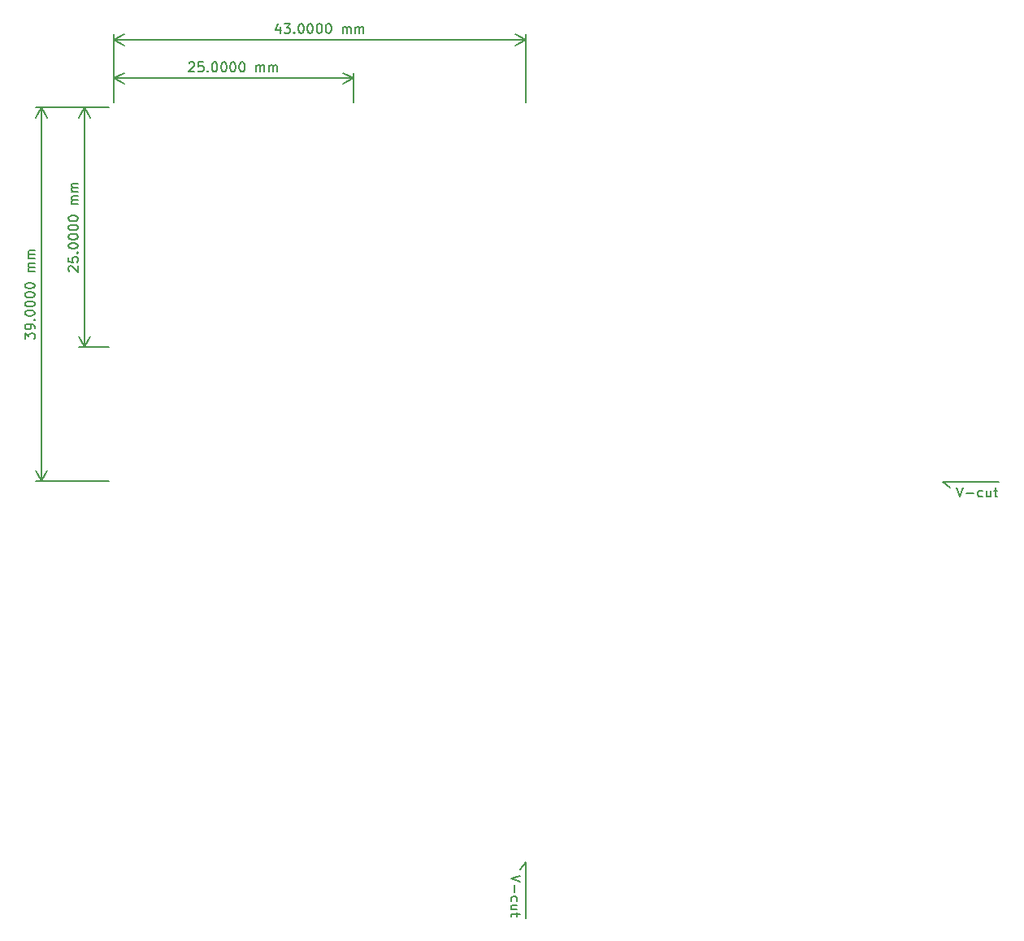
<source format=gbr>
%TF.GenerationSoftware,KiCad,Pcbnew,(6.0.7)*%
%TF.CreationDate,2023-02-26T08:18:57+08:00*%
%TF.ProjectId,Led_Control_Circuit_Panelization,4c65645f-436f-46e7-9472-6f6c5f436972,rev?*%
%TF.SameCoordinates,Original*%
%TF.FileFunction,Other,ECO1*%
%FSLAX46Y46*%
G04 Gerber Fmt 4.6, Leading zero omitted, Abs format (unit mm)*
G04 Created by KiCad (PCBNEW (6.0.7)) date 2023-02-26 08:18:57*
%MOMM*%
%LPD*%
G01*
G04 APERTURE LIST*
%ADD10C,0.150000*%
G04 APERTURE END LIST*
D10*
X157900619Y-136564952D02*
X156900619Y-136898285D01*
X157900619Y-137231619D01*
X157281571Y-137564952D02*
X157281571Y-138326857D01*
X156948238Y-139231619D02*
X156900619Y-139136380D01*
X156900619Y-138945904D01*
X156948238Y-138850666D01*
X156995857Y-138803047D01*
X157091095Y-138755428D01*
X157376809Y-138755428D01*
X157472047Y-138803047D01*
X157519666Y-138850666D01*
X157567285Y-138945904D01*
X157567285Y-139136380D01*
X157519666Y-139231619D01*
X157567285Y-140088761D02*
X156900619Y-140088761D01*
X157567285Y-139660190D02*
X157043476Y-139660190D01*
X156948238Y-139707809D01*
X156900619Y-139803047D01*
X156900619Y-139945904D01*
X156948238Y-140041142D01*
X156995857Y-140088761D01*
X157567285Y-140422095D02*
X157567285Y-140803047D01*
X157900619Y-140564952D02*
X157043476Y-140564952D01*
X156948238Y-140612571D01*
X156900619Y-140707809D01*
X156900619Y-140803047D01*
X158496000Y-135128000D02*
X157861000Y-135890000D01*
X158496000Y-135128000D02*
X158496000Y-140970000D01*
X203366952Y-96099380D02*
X203700285Y-97099380D01*
X204033619Y-96099380D01*
X204366952Y-96718428D02*
X205128857Y-96718428D01*
X206033619Y-97051761D02*
X205938380Y-97099380D01*
X205747904Y-97099380D01*
X205652666Y-97051761D01*
X205605047Y-97004142D01*
X205557428Y-96908904D01*
X205557428Y-96623190D01*
X205605047Y-96527952D01*
X205652666Y-96480333D01*
X205747904Y-96432714D01*
X205938380Y-96432714D01*
X206033619Y-96480333D01*
X206890761Y-96432714D02*
X206890761Y-97099380D01*
X206462190Y-96432714D02*
X206462190Y-96956523D01*
X206509809Y-97051761D01*
X206605047Y-97099380D01*
X206747904Y-97099380D01*
X206843142Y-97051761D01*
X206890761Y-97004142D01*
X207224095Y-96432714D02*
X207605047Y-96432714D01*
X207366952Y-96099380D02*
X207366952Y-96956523D01*
X207414571Y-97051761D01*
X207509809Y-97099380D01*
X207605047Y-97099380D01*
X201930000Y-95504000D02*
X202692000Y-96139000D01*
X201930000Y-95504000D02*
X207772000Y-95504000D01*
X132857142Y-48135714D02*
X132857142Y-48802380D01*
X132619047Y-47754761D02*
X132380952Y-48469047D01*
X133000000Y-48469047D01*
X133285714Y-47802380D02*
X133904761Y-47802380D01*
X133571428Y-48183333D01*
X133714285Y-48183333D01*
X133809523Y-48230952D01*
X133857142Y-48278571D01*
X133904761Y-48373809D01*
X133904761Y-48611904D01*
X133857142Y-48707142D01*
X133809523Y-48754761D01*
X133714285Y-48802380D01*
X133428571Y-48802380D01*
X133333333Y-48754761D01*
X133285714Y-48707142D01*
X134333333Y-48707142D02*
X134380952Y-48754761D01*
X134333333Y-48802380D01*
X134285714Y-48754761D01*
X134333333Y-48707142D01*
X134333333Y-48802380D01*
X135000000Y-47802380D02*
X135095238Y-47802380D01*
X135190476Y-47850000D01*
X135238095Y-47897619D01*
X135285714Y-47992857D01*
X135333333Y-48183333D01*
X135333333Y-48421428D01*
X135285714Y-48611904D01*
X135238095Y-48707142D01*
X135190476Y-48754761D01*
X135095238Y-48802380D01*
X135000000Y-48802380D01*
X134904761Y-48754761D01*
X134857142Y-48707142D01*
X134809523Y-48611904D01*
X134761904Y-48421428D01*
X134761904Y-48183333D01*
X134809523Y-47992857D01*
X134857142Y-47897619D01*
X134904761Y-47850000D01*
X135000000Y-47802380D01*
X135952380Y-47802380D02*
X136047619Y-47802380D01*
X136142857Y-47850000D01*
X136190476Y-47897619D01*
X136238095Y-47992857D01*
X136285714Y-48183333D01*
X136285714Y-48421428D01*
X136238095Y-48611904D01*
X136190476Y-48707142D01*
X136142857Y-48754761D01*
X136047619Y-48802380D01*
X135952380Y-48802380D01*
X135857142Y-48754761D01*
X135809523Y-48707142D01*
X135761904Y-48611904D01*
X135714285Y-48421428D01*
X135714285Y-48183333D01*
X135761904Y-47992857D01*
X135809523Y-47897619D01*
X135857142Y-47850000D01*
X135952380Y-47802380D01*
X136904761Y-47802380D02*
X137000000Y-47802380D01*
X137095238Y-47850000D01*
X137142857Y-47897619D01*
X137190476Y-47992857D01*
X137238095Y-48183333D01*
X137238095Y-48421428D01*
X137190476Y-48611904D01*
X137142857Y-48707142D01*
X137095238Y-48754761D01*
X137000000Y-48802380D01*
X136904761Y-48802380D01*
X136809523Y-48754761D01*
X136761904Y-48707142D01*
X136714285Y-48611904D01*
X136666666Y-48421428D01*
X136666666Y-48183333D01*
X136714285Y-47992857D01*
X136761904Y-47897619D01*
X136809523Y-47850000D01*
X136904761Y-47802380D01*
X137857142Y-47802380D02*
X137952380Y-47802380D01*
X138047619Y-47850000D01*
X138095238Y-47897619D01*
X138142857Y-47992857D01*
X138190476Y-48183333D01*
X138190476Y-48421428D01*
X138142857Y-48611904D01*
X138095238Y-48707142D01*
X138047619Y-48754761D01*
X137952380Y-48802380D01*
X137857142Y-48802380D01*
X137761904Y-48754761D01*
X137714285Y-48707142D01*
X137666666Y-48611904D01*
X137619047Y-48421428D01*
X137619047Y-48183333D01*
X137666666Y-47992857D01*
X137714285Y-47897619D01*
X137761904Y-47850000D01*
X137857142Y-47802380D01*
X139380952Y-48802380D02*
X139380952Y-48135714D01*
X139380952Y-48230952D02*
X139428571Y-48183333D01*
X139523809Y-48135714D01*
X139666666Y-48135714D01*
X139761904Y-48183333D01*
X139809523Y-48278571D01*
X139809523Y-48802380D01*
X139809523Y-48278571D02*
X139857142Y-48183333D01*
X139952380Y-48135714D01*
X140095238Y-48135714D01*
X140190476Y-48183333D01*
X140238095Y-48278571D01*
X140238095Y-48802380D01*
X140714285Y-48802380D02*
X140714285Y-48135714D01*
X140714285Y-48230952D02*
X140761904Y-48183333D01*
X140857142Y-48135714D01*
X141000000Y-48135714D01*
X141095238Y-48183333D01*
X141142857Y-48278571D01*
X141142857Y-48802380D01*
X141142857Y-48278571D02*
X141190476Y-48183333D01*
X141285714Y-48135714D01*
X141428571Y-48135714D01*
X141523809Y-48183333D01*
X141571428Y-48278571D01*
X141571428Y-48802380D01*
X158500000Y-56000000D02*
X158500000Y-48913580D01*
X115500000Y-56000000D02*
X115500000Y-48913580D01*
X158500000Y-49500000D02*
X115500000Y-49500000D01*
X158500000Y-49500000D02*
X115500000Y-49500000D01*
X158500000Y-49500000D02*
X157373496Y-48913579D01*
X158500000Y-49500000D02*
X157373496Y-50086421D01*
X115500000Y-49500000D02*
X116626504Y-50086421D01*
X115500000Y-49500000D02*
X116626504Y-48913579D01*
X110897619Y-73619047D02*
X110850000Y-73571428D01*
X110802380Y-73476190D01*
X110802380Y-73238095D01*
X110850000Y-73142857D01*
X110897619Y-73095238D01*
X110992857Y-73047619D01*
X111088095Y-73047619D01*
X111230952Y-73095238D01*
X111802380Y-73666666D01*
X111802380Y-73047619D01*
X110802380Y-72142857D02*
X110802380Y-72619047D01*
X111278571Y-72666666D01*
X111230952Y-72619047D01*
X111183333Y-72523809D01*
X111183333Y-72285714D01*
X111230952Y-72190476D01*
X111278571Y-72142857D01*
X111373809Y-72095238D01*
X111611904Y-72095238D01*
X111707142Y-72142857D01*
X111754761Y-72190476D01*
X111802380Y-72285714D01*
X111802380Y-72523809D01*
X111754761Y-72619047D01*
X111707142Y-72666666D01*
X111707142Y-71666666D02*
X111754761Y-71619047D01*
X111802380Y-71666666D01*
X111754761Y-71714285D01*
X111707142Y-71666666D01*
X111802380Y-71666666D01*
X110802380Y-71000000D02*
X110802380Y-70904761D01*
X110850000Y-70809523D01*
X110897619Y-70761904D01*
X110992857Y-70714285D01*
X111183333Y-70666666D01*
X111421428Y-70666666D01*
X111611904Y-70714285D01*
X111707142Y-70761904D01*
X111754761Y-70809523D01*
X111802380Y-70904761D01*
X111802380Y-71000000D01*
X111754761Y-71095238D01*
X111707142Y-71142857D01*
X111611904Y-71190476D01*
X111421428Y-71238095D01*
X111183333Y-71238095D01*
X110992857Y-71190476D01*
X110897619Y-71142857D01*
X110850000Y-71095238D01*
X110802380Y-71000000D01*
X110802380Y-70047619D02*
X110802380Y-69952380D01*
X110850000Y-69857142D01*
X110897619Y-69809523D01*
X110992857Y-69761904D01*
X111183333Y-69714285D01*
X111421428Y-69714285D01*
X111611904Y-69761904D01*
X111707142Y-69809523D01*
X111754761Y-69857142D01*
X111802380Y-69952380D01*
X111802380Y-70047619D01*
X111754761Y-70142857D01*
X111707142Y-70190476D01*
X111611904Y-70238095D01*
X111421428Y-70285714D01*
X111183333Y-70285714D01*
X110992857Y-70238095D01*
X110897619Y-70190476D01*
X110850000Y-70142857D01*
X110802380Y-70047619D01*
X110802380Y-69095238D02*
X110802380Y-69000000D01*
X110850000Y-68904761D01*
X110897619Y-68857142D01*
X110992857Y-68809523D01*
X111183333Y-68761904D01*
X111421428Y-68761904D01*
X111611904Y-68809523D01*
X111707142Y-68857142D01*
X111754761Y-68904761D01*
X111802380Y-69000000D01*
X111802380Y-69095238D01*
X111754761Y-69190476D01*
X111707142Y-69238095D01*
X111611904Y-69285714D01*
X111421428Y-69333333D01*
X111183333Y-69333333D01*
X110992857Y-69285714D01*
X110897619Y-69238095D01*
X110850000Y-69190476D01*
X110802380Y-69095238D01*
X110802380Y-68142857D02*
X110802380Y-68047619D01*
X110850000Y-67952380D01*
X110897619Y-67904761D01*
X110992857Y-67857142D01*
X111183333Y-67809523D01*
X111421428Y-67809523D01*
X111611904Y-67857142D01*
X111707142Y-67904761D01*
X111754761Y-67952380D01*
X111802380Y-68047619D01*
X111802380Y-68142857D01*
X111754761Y-68238095D01*
X111707142Y-68285714D01*
X111611904Y-68333333D01*
X111421428Y-68380952D01*
X111183333Y-68380952D01*
X110992857Y-68333333D01*
X110897619Y-68285714D01*
X110850000Y-68238095D01*
X110802380Y-68142857D01*
X111802380Y-66619047D02*
X111135714Y-66619047D01*
X111230952Y-66619047D02*
X111183333Y-66571428D01*
X111135714Y-66476190D01*
X111135714Y-66333333D01*
X111183333Y-66238095D01*
X111278571Y-66190476D01*
X111802380Y-66190476D01*
X111278571Y-66190476D02*
X111183333Y-66142857D01*
X111135714Y-66047619D01*
X111135714Y-65904761D01*
X111183333Y-65809523D01*
X111278571Y-65761904D01*
X111802380Y-65761904D01*
X111802380Y-65285714D02*
X111135714Y-65285714D01*
X111230952Y-65285714D02*
X111183333Y-65238095D01*
X111135714Y-65142857D01*
X111135714Y-65000000D01*
X111183333Y-64904761D01*
X111278571Y-64857142D01*
X111802380Y-64857142D01*
X111278571Y-64857142D02*
X111183333Y-64809523D01*
X111135714Y-64714285D01*
X111135714Y-64571428D01*
X111183333Y-64476190D01*
X111278571Y-64428571D01*
X111802380Y-64428571D01*
X115000000Y-56500000D02*
X111913580Y-56500000D01*
X115000000Y-81500000D02*
X111913580Y-81500000D01*
X112500000Y-56500000D02*
X112500000Y-81500000D01*
X112500000Y-56500000D02*
X112500000Y-81500000D01*
X112500000Y-56500000D02*
X111913579Y-57626504D01*
X112500000Y-56500000D02*
X113086421Y-57626504D01*
X112500000Y-81500000D02*
X113086421Y-80373496D01*
X112500000Y-81500000D02*
X111913579Y-80373496D01*
X106302380Y-80666666D02*
X106302380Y-80047619D01*
X106683333Y-80380952D01*
X106683333Y-80238095D01*
X106730952Y-80142857D01*
X106778571Y-80095238D01*
X106873809Y-80047619D01*
X107111904Y-80047619D01*
X107207142Y-80095238D01*
X107254761Y-80142857D01*
X107302380Y-80238095D01*
X107302380Y-80523809D01*
X107254761Y-80619047D01*
X107207142Y-80666666D01*
X107302380Y-79571428D02*
X107302380Y-79380952D01*
X107254761Y-79285714D01*
X107207142Y-79238095D01*
X107064285Y-79142857D01*
X106873809Y-79095238D01*
X106492857Y-79095238D01*
X106397619Y-79142857D01*
X106350000Y-79190476D01*
X106302380Y-79285714D01*
X106302380Y-79476190D01*
X106350000Y-79571428D01*
X106397619Y-79619047D01*
X106492857Y-79666666D01*
X106730952Y-79666666D01*
X106826190Y-79619047D01*
X106873809Y-79571428D01*
X106921428Y-79476190D01*
X106921428Y-79285714D01*
X106873809Y-79190476D01*
X106826190Y-79142857D01*
X106730952Y-79095238D01*
X107207142Y-78666666D02*
X107254761Y-78619047D01*
X107302380Y-78666666D01*
X107254761Y-78714285D01*
X107207142Y-78666666D01*
X107302380Y-78666666D01*
X106302380Y-78000000D02*
X106302380Y-77904761D01*
X106350000Y-77809523D01*
X106397619Y-77761904D01*
X106492857Y-77714285D01*
X106683333Y-77666666D01*
X106921428Y-77666666D01*
X107111904Y-77714285D01*
X107207142Y-77761904D01*
X107254761Y-77809523D01*
X107302380Y-77904761D01*
X107302380Y-78000000D01*
X107254761Y-78095238D01*
X107207142Y-78142857D01*
X107111904Y-78190476D01*
X106921428Y-78238095D01*
X106683333Y-78238095D01*
X106492857Y-78190476D01*
X106397619Y-78142857D01*
X106350000Y-78095238D01*
X106302380Y-78000000D01*
X106302380Y-77047619D02*
X106302380Y-76952380D01*
X106350000Y-76857142D01*
X106397619Y-76809523D01*
X106492857Y-76761904D01*
X106683333Y-76714285D01*
X106921428Y-76714285D01*
X107111904Y-76761904D01*
X107207142Y-76809523D01*
X107254761Y-76857142D01*
X107302380Y-76952380D01*
X107302380Y-77047619D01*
X107254761Y-77142857D01*
X107207142Y-77190476D01*
X107111904Y-77238095D01*
X106921428Y-77285714D01*
X106683333Y-77285714D01*
X106492857Y-77238095D01*
X106397619Y-77190476D01*
X106350000Y-77142857D01*
X106302380Y-77047619D01*
X106302380Y-76095238D02*
X106302380Y-76000000D01*
X106350000Y-75904761D01*
X106397619Y-75857142D01*
X106492857Y-75809523D01*
X106683333Y-75761904D01*
X106921428Y-75761904D01*
X107111904Y-75809523D01*
X107207142Y-75857142D01*
X107254761Y-75904761D01*
X107302380Y-76000000D01*
X107302380Y-76095238D01*
X107254761Y-76190476D01*
X107207142Y-76238095D01*
X107111904Y-76285714D01*
X106921428Y-76333333D01*
X106683333Y-76333333D01*
X106492857Y-76285714D01*
X106397619Y-76238095D01*
X106350000Y-76190476D01*
X106302380Y-76095238D01*
X106302380Y-75142857D02*
X106302380Y-75047619D01*
X106350000Y-74952380D01*
X106397619Y-74904761D01*
X106492857Y-74857142D01*
X106683333Y-74809523D01*
X106921428Y-74809523D01*
X107111904Y-74857142D01*
X107207142Y-74904761D01*
X107254761Y-74952380D01*
X107302380Y-75047619D01*
X107302380Y-75142857D01*
X107254761Y-75238095D01*
X107207142Y-75285714D01*
X107111904Y-75333333D01*
X106921428Y-75380952D01*
X106683333Y-75380952D01*
X106492857Y-75333333D01*
X106397619Y-75285714D01*
X106350000Y-75238095D01*
X106302380Y-75142857D01*
X107302380Y-73619047D02*
X106635714Y-73619047D01*
X106730952Y-73619047D02*
X106683333Y-73571428D01*
X106635714Y-73476190D01*
X106635714Y-73333333D01*
X106683333Y-73238095D01*
X106778571Y-73190476D01*
X107302380Y-73190476D01*
X106778571Y-73190476D02*
X106683333Y-73142857D01*
X106635714Y-73047619D01*
X106635714Y-72904761D01*
X106683333Y-72809523D01*
X106778571Y-72761904D01*
X107302380Y-72761904D01*
X107302380Y-72285714D02*
X106635714Y-72285714D01*
X106730952Y-72285714D02*
X106683333Y-72238095D01*
X106635714Y-72142857D01*
X106635714Y-72000000D01*
X106683333Y-71904761D01*
X106778571Y-71857142D01*
X107302380Y-71857142D01*
X106778571Y-71857142D02*
X106683333Y-71809523D01*
X106635714Y-71714285D01*
X106635714Y-71571428D01*
X106683333Y-71476190D01*
X106778571Y-71428571D01*
X107302380Y-71428571D01*
X115000000Y-56500000D02*
X107413580Y-56500000D01*
X115000000Y-95500000D02*
X107413580Y-95500000D01*
X108000000Y-56500000D02*
X108000000Y-95500000D01*
X108000000Y-56500000D02*
X108000000Y-95500000D01*
X108000000Y-56500000D02*
X107413579Y-57626504D01*
X108000000Y-56500000D02*
X108586421Y-57626504D01*
X108000000Y-95500000D02*
X108586421Y-94373496D01*
X108000000Y-95500000D02*
X107413579Y-94373496D01*
X123380952Y-51897619D02*
X123428571Y-51850000D01*
X123523809Y-51802380D01*
X123761904Y-51802380D01*
X123857142Y-51850000D01*
X123904761Y-51897619D01*
X123952380Y-51992857D01*
X123952380Y-52088095D01*
X123904761Y-52230952D01*
X123333333Y-52802380D01*
X123952380Y-52802380D01*
X124857142Y-51802380D02*
X124380952Y-51802380D01*
X124333333Y-52278571D01*
X124380952Y-52230952D01*
X124476190Y-52183333D01*
X124714285Y-52183333D01*
X124809523Y-52230952D01*
X124857142Y-52278571D01*
X124904761Y-52373809D01*
X124904761Y-52611904D01*
X124857142Y-52707142D01*
X124809523Y-52754761D01*
X124714285Y-52802380D01*
X124476190Y-52802380D01*
X124380952Y-52754761D01*
X124333333Y-52707142D01*
X125333333Y-52707142D02*
X125380952Y-52754761D01*
X125333333Y-52802380D01*
X125285714Y-52754761D01*
X125333333Y-52707142D01*
X125333333Y-52802380D01*
X126000000Y-51802380D02*
X126095238Y-51802380D01*
X126190476Y-51850000D01*
X126238095Y-51897619D01*
X126285714Y-51992857D01*
X126333333Y-52183333D01*
X126333333Y-52421428D01*
X126285714Y-52611904D01*
X126238095Y-52707142D01*
X126190476Y-52754761D01*
X126095238Y-52802380D01*
X126000000Y-52802380D01*
X125904761Y-52754761D01*
X125857142Y-52707142D01*
X125809523Y-52611904D01*
X125761904Y-52421428D01*
X125761904Y-52183333D01*
X125809523Y-51992857D01*
X125857142Y-51897619D01*
X125904761Y-51850000D01*
X126000000Y-51802380D01*
X126952380Y-51802380D02*
X127047619Y-51802380D01*
X127142857Y-51850000D01*
X127190476Y-51897619D01*
X127238095Y-51992857D01*
X127285714Y-52183333D01*
X127285714Y-52421428D01*
X127238095Y-52611904D01*
X127190476Y-52707142D01*
X127142857Y-52754761D01*
X127047619Y-52802380D01*
X126952380Y-52802380D01*
X126857142Y-52754761D01*
X126809523Y-52707142D01*
X126761904Y-52611904D01*
X126714285Y-52421428D01*
X126714285Y-52183333D01*
X126761904Y-51992857D01*
X126809523Y-51897619D01*
X126857142Y-51850000D01*
X126952380Y-51802380D01*
X127904761Y-51802380D02*
X128000000Y-51802380D01*
X128095238Y-51850000D01*
X128142857Y-51897619D01*
X128190476Y-51992857D01*
X128238095Y-52183333D01*
X128238095Y-52421428D01*
X128190476Y-52611904D01*
X128142857Y-52707142D01*
X128095238Y-52754761D01*
X128000000Y-52802380D01*
X127904761Y-52802380D01*
X127809523Y-52754761D01*
X127761904Y-52707142D01*
X127714285Y-52611904D01*
X127666666Y-52421428D01*
X127666666Y-52183333D01*
X127714285Y-51992857D01*
X127761904Y-51897619D01*
X127809523Y-51850000D01*
X127904761Y-51802380D01*
X128857142Y-51802380D02*
X128952380Y-51802380D01*
X129047619Y-51850000D01*
X129095238Y-51897619D01*
X129142857Y-51992857D01*
X129190476Y-52183333D01*
X129190476Y-52421428D01*
X129142857Y-52611904D01*
X129095238Y-52707142D01*
X129047619Y-52754761D01*
X128952380Y-52802380D01*
X128857142Y-52802380D01*
X128761904Y-52754761D01*
X128714285Y-52707142D01*
X128666666Y-52611904D01*
X128619047Y-52421428D01*
X128619047Y-52183333D01*
X128666666Y-51992857D01*
X128714285Y-51897619D01*
X128761904Y-51850000D01*
X128857142Y-51802380D01*
X130380952Y-52802380D02*
X130380952Y-52135714D01*
X130380952Y-52230952D02*
X130428571Y-52183333D01*
X130523809Y-52135714D01*
X130666666Y-52135714D01*
X130761904Y-52183333D01*
X130809523Y-52278571D01*
X130809523Y-52802380D01*
X130809523Y-52278571D02*
X130857142Y-52183333D01*
X130952380Y-52135714D01*
X131095238Y-52135714D01*
X131190476Y-52183333D01*
X131238095Y-52278571D01*
X131238095Y-52802380D01*
X131714285Y-52802380D02*
X131714285Y-52135714D01*
X131714285Y-52230952D02*
X131761904Y-52183333D01*
X131857142Y-52135714D01*
X132000000Y-52135714D01*
X132095238Y-52183333D01*
X132142857Y-52278571D01*
X132142857Y-52802380D01*
X132142857Y-52278571D02*
X132190476Y-52183333D01*
X132285714Y-52135714D01*
X132428571Y-52135714D01*
X132523809Y-52183333D01*
X132571428Y-52278571D01*
X132571428Y-52802380D01*
X115500000Y-56000000D02*
X115500000Y-52913580D01*
X140500000Y-56000000D02*
X140500000Y-52913580D01*
X115500000Y-53500000D02*
X140500000Y-53500000D01*
X115500000Y-53500000D02*
X140500000Y-53500000D01*
X115500000Y-53500000D02*
X116626504Y-54086421D01*
X115500000Y-53500000D02*
X116626504Y-52913579D01*
X140500000Y-53500000D02*
X139373496Y-52913579D01*
X140500000Y-53500000D02*
X139373496Y-54086421D01*
M02*

</source>
